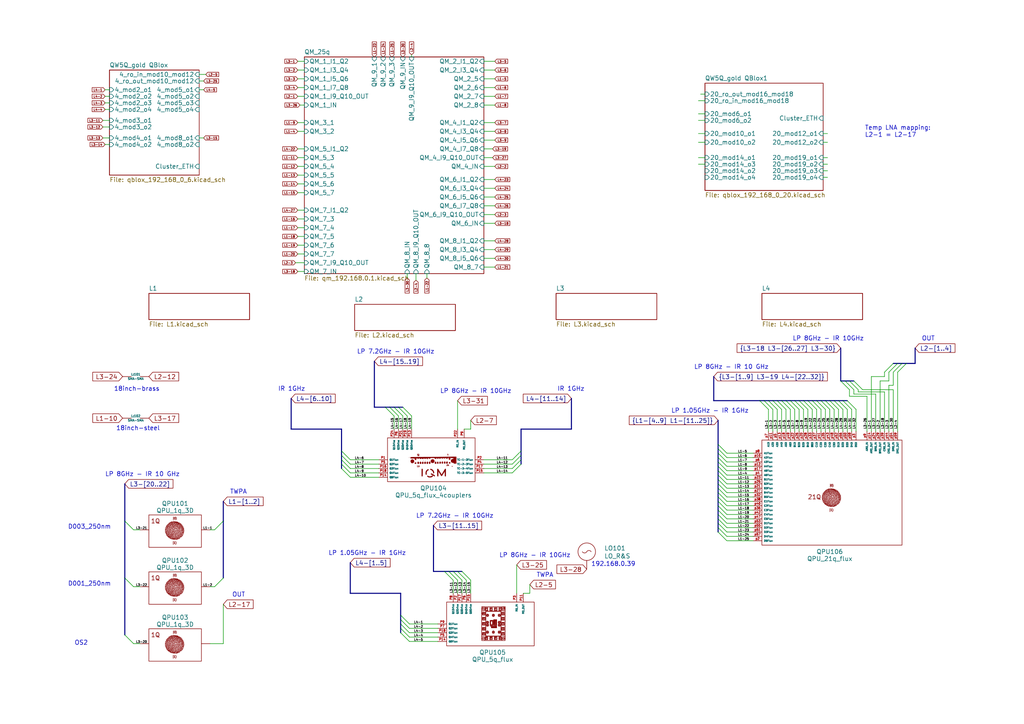
<source format=kicad_sch>
(kicad_sch (version 20230121) (generator eeschema)
  (paper "A4")
  (lib_symbols
    (symbol "Quantum Computing:LO_R&S" (on_board no)
      (property "Reference" "LO" (at 5.08 1.016 0))
      (property "Value" "LO_R&S" (at 5.08 -1.27 0))
      (symbol "LO_R&S_1_1"
        (pin output line (at 0 -5.08 90) (length 2.54) (name "") (number ""))
      )
    )
    (symbol "Quantum Computing:QPU_1q_3D" (on_board no)
      (property "Reference" "QPU" (at 0 7.62 0))
      (property "Value" "QPU_1q_3D" (at 0 5.588 0))
      (symbol "QPU_1q_3D_0_0"
        (text "1Q" (at -5.715 2.54 0) (effects (font (size 1.27 1.27))))
      )
      (symbol "QPU_1q_3D_1_1"
        (pin input line (at -10.16 0 0) (length 2.54) (name "") (number ""))
        (pin output line (at 10.16 0 180) (length 2.54) (name "") (number ""))
      )
    )
    (symbol "Quantum Computing:QPU_21q_flux" (on_board no)
      (property "Reference" "QPU" (at -0.635 -1.905 0))
      (property "Value" "QPU_21q_flux" (at -0.635 -3.937 0))
      (symbol "QPU_21q_flux_0_0"
        (text "21Q" (at -5.08 13.97 0) (effects (font (size 1.27 1.27))))
      )
      (symbol "QPU_21q_flux_1_1"
        (pin input line (at -22.86 25.4 0) (length 2.54) (name "A2Flux") (number "p10"))
        (pin input line (at -17.145 33.02 270) (length 2.54) (name "A2D") (number "p11"))
        (pin input line (at -22.86 22.86 0) (length 2.54) (name "A4Flux") (number "p12"))
        (pin input line (at -14.605 33.02 270) (length 2.54) (name "A4D") (number "p13"))
        (pin output line (at 11.43 33.02 270) (length 2.54) (name "ARO_OUT") (number "p14"))
        (pin input line (at -22.86 21.59 0) (length 2.54) (name "A5Flux") (number "p17"))
        (pin input line (at -13.335 33.02 270) (length 2.54) (name "A5D") (number "p18"))
        (pin input line (at -22.86 1.27 0) (length 2.54) (name "D5Flux") (number "p2"))
        (pin input line (at -8.255 33.02 270) (length 2.54) (name "B3D") (number "p20"))
        (pin input line (at -22.86 16.51 0) (length 2.54) (name "B3Flux") (number "p21"))
        (pin input line (at -10.795 33.02 270) (length 2.54) (name "B1D") (number "p22"))
        (pin input line (at -22.86 19.05 0) (length 2.54) (name "B1Flux") (number "p23"))
        (pin input line (at 12.7 33.02 270) (length 2.54) (name "BRO_IN") (number "p24"))
        (pin input line (at -22.86 17.78 0) (length 2.54) (name "B2Flux") (number "p25"))
        (pin input line (at -9.525 33.02 270) (length 2.54) (name "B2D") (number "p26"))
        (pin input line (at -22.86 15.24 0) (length 2.54) (name "B4Flux") (number "p27"))
        (pin input line (at -6.985 33.02 270) (length 2.54) (name "B4D") (number "p28"))
        (pin output line (at 13.97 33.02 270) (length 2.54) (name "BRO_OUT") (number "p29"))
        (pin input line (at 6.985 33.02 270) (length 2.54) (name "D5D") (number "p3"))
        (pin input line (at -22.86 13.97 0) (length 2.54) (name "B5Flux") (number "p32"))
        (pin input line (at -5.715 33.02 270) (length 2.54) (name "B5D") (number "p33"))
        (pin input line (at -1.905 33.02 270) (length 2.54) (name "C3D") (number "p35"))
        (pin input line (at -22.86 10.16 0) (length 2.54) (name "C3Flux") (number "p36"))
        (pin input line (at -4.445 33.02 270) (length 2.54) (name "C1D") (number "p37"))
        (pin input line (at -22.86 12.7 0) (length 2.54) (name "C1Flux") (number "p38"))
        (pin input line (at 15.24 33.02 270) (length 2.54) (name "CRO_IN") (number "p39"))
        (pin input line (at -22.86 20.32 0) (length 2.54) (name "A6Flux") (number "p4"))
        (pin input line (at -22.86 11.43 0) (length 2.54) (name "C2Flux") (number "p40"))
        (pin input line (at -3.175 33.02 270) (length 2.54) (name "C2D") (number "p41"))
        (pin input line (at -22.86 8.89 0) (length 2.54) (name "C4Flux") (number "p42"))
        (pin input line (at -0.635 33.02 270) (length 2.54) (name "C4D") (number "p43"))
        (pin output line (at 16.51 33.02 270) (length 2.54) (name "CRO_OUT") (number "p44"))
        (pin input line (at -22.86 7.62 0) (length 2.54) (name "C5Flux") (number "p47"))
        (pin input line (at 0.635 33.02 270) (length 2.54) (name "C5D") (number "p48"))
        (pin input line (at -12.065 33.02 270) (length 2.54) (name "A6D") (number "p49"))
        (pin input line (at -15.875 33.02 270) (length 2.54) (name "A3D") (number "p5"))
        (pin input line (at 4.445 33.02 270) (length 2.54) (name "D3D") (number "p50"))
        (pin input line (at -22.86 3.81 0) (length 2.54) (name "D3Flux") (number "p51"))
        (pin input line (at 1.905 33.02 270) (length 2.54) (name "D1D") (number "p52"))
        (pin input line (at -22.86 6.35 0) (length 2.54) (name "D1Flux") (number "p53"))
        (pin input line (at 17.78 33.02 270) (length 2.54) (name "DRO_IN") (number "p54"))
        (pin input line (at -22.86 5.08 0) (length 2.54) (name "D2Flux") (number "p55"))
        (pin input line (at 3.175 33.02 270) (length 2.54) (name "D2D") (number "p56"))
        (pin input line (at -22.86 2.54 0) (length 2.54) (name "D4Flux") (number "p57"))
        (pin input line (at 5.715 33.02 270) (length 2.54) (name "D4D") (number "p58"))
        (pin output line (at 19.05 33.02 270) (length 2.54) (name "DRO_OUT") (number "p59"))
        (pin input line (at -22.86 24.13 0) (length 2.54) (name "A3Flux") (number "p6"))
        (pin input line (at -18.415 33.02 270) (length 2.54) (name "A1D") (number "p7"))
        (pin input line (at -22.86 26.67 0) (length 2.54) (name "A1Flux") (number "p8"))
        (pin input line (at 10.16 33.02 270) (length 2.54) (name "ARO_IN") (number "p9"))
      )
    )
    (symbol "Quantum Computing:QPU_5q_flux" (on_board no)
      (property "Reference" "QPU" (at -5.715 -1.905 0))
      (property "Value" "QPU_5q_flux" (at -5.715 -3.937 0))
      (symbol "QPU_5q_flux_1_1"
        (pin output line (at 3.175 15.24 270) (length 2.54) (name "RO_OUT") (number "P11"))
        (pin input line (at -21.59 1.27 0) (length 2.54) (name "Q0Flux") (number "P14"))
        (pin input line (at -12.065 15.24 270) (length 2.54) (name "Q0Drive") (number "P15"))
        (pin input line (at -14.605 15.24 270) (length 2.54) (name "Q3Drive") (number "P17"))
        (pin input line (at -21.59 3.81 0) (length 2.54) (name "Q3Flux") (number "P18"))
        (pin input line (at -15.875 15.24 270) (length 2.54) (name "Q2Drive") (number "P2"))
        (pin input line (at 1.27 15.24 270) (length 2.54) (name "RO_IN") (number "P3"))
        (pin input line (at -21.59 2.54 0) (length 2.54) (name "Q4Flux") (number "P5"))
        (pin input line (at -13.335 15.24 270) (length 2.54) (name "Q4Drive") (number "P6"))
        (pin input line (at -21.59 5.08 0) (length 2.54) (name "Q2Flux") (number "P7"))
        (pin input line (at -17.145 15.24 270) (length 2.54) (name "Q1Drive") (number "P8"))
        (pin input line (at -21.59 6.35 0) (length 2.54) (name "Q1Flux") (number "P9"))
      )
    )
    (symbol "Quantum Computing:QPU_5q_flux_4couplers" (on_board no)
      (property "Reference" "QPU" (at -5.715 -1.905 0))
      (property "Value" "QPU_5q_flux_4couplers" (at -5.715 -3.937 0))
      (symbol "QPU_5q_flux_4couplers_0_0"
        (text "13" (at -10.16 4.445 0) (effects (font (size 0.4 0.4))))
      )
      (symbol "QPU_5q_flux_4couplers_1_1"
        (pin input line (at -21.59 6.35 0) (length 2.54) (name "Q1Flux") (number "P1"))
        (pin input line (at -12.065 15.24 270) (length 2.54) (name "Q5Drive") (number "P13"))
        (pin input line (at -21.59 1.27 0) (length 2.54) (name "Q5Flux") (number "P14"))
        (pin input line (at 8.89 2.54 180) (length 2.54) (name "TC-3-5Flux") (number "P15"))
        (pin input line (at -21.59 3.81 0) (length 2.54) (name "Q3Flux") (number "P16"))
        (pin input line (at 8.89 3.81 180) (length 2.54) (name "TC-3-4Flux") (number "P17"))
        (pin input line (at -21.59 2.54 0) (length 2.54) (name "Q4Flux") (number "P18"))
        (pin input line (at -13.335 15.24 270) (length 2.54) (name "Q4Drive") (number "P19"))
        (pin input line (at 8.89 6.35 180) (length 2.54) (name "TC-1-3Flux") (number "P2"))
        (pin input line (at -14.605 15.24 270) (length 2.54) (name "Q3Drive") (number "P21"))
        (pin input line (at 1.27 15.24 270) (length 2.54) (name "RO_IN") (number "P22"))
        (pin input line (at -17.145 15.24 270) (length 2.54) (name "Q1Drive") (number "P24"))
        (pin input line (at 8.89 5.08 180) (length 2.54) (name "TC-2-3Flux") (number "P4"))
        (pin input line (at -21.59 5.08 0) (length 2.54) (name "Q2Flux") (number "P5"))
        (pin input line (at -15.875 15.24 270) (length 2.54) (name "Q2Drive") (number "P6"))
        (pin output line (at 3.175 15.24 270) (length 2.54) (name "RO_OUT") (number "P9"))
      )
    )
    (symbol "Quantum Computing:SMA-SMA"
      (property "Reference" "L:" (at 0 0.635 0))
      (property "Value" "SMA-SMA" (at 0 -0.635 0))
      (symbol "SMA-SMA_1_1"
        (pin bidirectional line (at -3.81 0 0) (length 2.54) (name "") (number ""))
        (pin bidirectional line (at 3.81 0 180) (length 2.54) (name "") (number ""))
      )
    )
  )
  (bus_entry (at 114.3 118.11) (size 2.54 2.54))
  (bus_entry (at 243.84 110.49) (size 2.54 2.54))
  (bus_entry (at 236.855 116.205) (size 2.54 2.54))
  (bus_entry (at 208.28 139.065) (size 2.54 2.54))
  (bus_entry (at 230.505 116.205) (size 2.54 2.54))
  (bus_entry (at 116.84 118.11) (size 2.54 2.54))
  (bus_entry (at 62.23 170.18) (size 2.54 -2.54))
  (bus_entry (at 243.205 116.205) (size 2.54 2.54))
  (bus_entry (at 208.28 151.765) (size 2.54 2.54))
  (bus_entry (at 128.905 165.735) (size 2.54 2.54))
  (bus_entry (at 208.28 149.225) (size 2.54 2.54))
  (bus_entry (at 208.28 154.305) (size 2.54 2.54))
  (bus_entry (at 116.205 180.975) (size 2.54 2.54))
  (bus_entry (at 226.695 116.205) (size 2.54 2.54))
  (bus_entry (at 99.06 133.35) (size 2.54 2.54))
  (bus_entry (at 239.395 116.205) (size 2.54 2.54))
  (bus_entry (at 130.175 165.735) (size 2.54 2.54))
  (bus_entry (at 241.935 116.205) (size 2.54 2.54))
  (bus_entry (at 151.13 133.35) (size -2.54 2.54))
  (bus_entry (at 208.28 144.145) (size 2.54 2.54))
  (bus_entry (at 259.08 107.95) (size 2.54 -2.54))
  (bus_entry (at 245.11 110.49) (size 2.54 2.54))
  (bus_entry (at 234.315 116.205) (size 2.54 2.54))
  (bus_entry (at 238.125 116.205) (size 2.54 2.54))
  (bus_entry (at 116.205 178.435) (size 2.54 2.54))
  (bus_entry (at 227.965 116.205) (size 2.54 2.54))
  (bus_entry (at 132.715 165.735) (size 2.54 2.54))
  (bus_entry (at 116.205 179.705) (size 2.54 2.54))
  (bus_entry (at 151.13 134.62) (size -2.54 2.54))
  (bus_entry (at 208.28 153.035) (size 2.54 2.54))
  (bus_entry (at 229.235 116.205) (size 2.54 2.54))
  (bus_entry (at 240.665 116.205) (size 2.54 2.54))
  (bus_entry (at 62.23 153.67) (size 2.54 -2.54))
  (bus_entry (at 36.195 167.64) (size 2.54 2.54))
  (bus_entry (at 115.57 118.11) (size 2.54 2.54))
  (bus_entry (at 99.06 130.81) (size 2.54 2.54))
  (bus_entry (at 208.28 150.495) (size 2.54 2.54))
  (bus_entry (at 220.345 116.205) (size 2.54 2.54))
  (bus_entry (at 111.76 118.11) (size 2.54 2.54))
  (bus_entry (at 222.885 116.205) (size 2.54 2.54))
  (bus_entry (at 257.81 107.95) (size 2.54 -2.54))
  (bus_entry (at 208.28 136.525) (size 2.54 2.54))
  (bus_entry (at 233.045 116.205) (size 2.54 2.54))
  (bus_entry (at 151.13 130.81) (size -2.54 2.54))
  (bus_entry (at 36.195 184.15) (size 2.54 2.54))
  (bus_entry (at 245.745 116.205) (size 2.54 2.54))
  (bus_entry (at 208.28 145.415) (size 2.54 2.54))
  (bus_entry (at 99.06 132.08) (size 2.54 2.54))
  (bus_entry (at 225.425 116.205) (size 2.54 2.54))
  (bus_entry (at 260.35 107.95) (size 2.54 -2.54))
  (bus_entry (at 208.28 128.905) (size 2.54 2.54))
  (bus_entry (at 133.985 165.735) (size 2.54 2.54))
  (bus_entry (at 208.28 140.335) (size 2.54 2.54))
  (bus_entry (at 208.28 132.715) (size 2.54 2.54))
  (bus_entry (at 208.28 147.955) (size 2.54 2.54))
  (bus_entry (at 244.475 116.205) (size 2.54 2.54))
  (bus_entry (at 208.28 142.875) (size 2.54 2.54))
  (bus_entry (at 151.13 132.08) (size -2.54 2.54))
  (bus_entry (at 224.155 116.205) (size 2.54 2.54))
  (bus_entry (at 235.585 116.205) (size 2.54 2.54))
  (bus_entry (at 221.615 116.205) (size 2.54 2.54))
  (bus_entry (at 208.28 141.605) (size 2.54 2.54))
  (bus_entry (at 208.28 146.685) (size 2.54 2.54))
  (bus_entry (at 131.445 165.735) (size 2.54 2.54))
  (bus_entry (at 256.54 107.95) (size 2.54 -2.54))
  (bus_entry (at 99.06 134.62) (size 2.54 2.54))
  (bus_entry (at 208.28 130.175) (size 2.54 2.54))
  (bus_entry (at 99.06 135.89) (size 2.54 2.54))
  (bus_entry (at 116.205 183.515) (size 2.54 2.54))
  (bus_entry (at 208.28 135.255) (size 2.54 2.54))
  (bus_entry (at 116.205 182.245) (size 2.54 2.54))
  (bus_entry (at 208.28 131.445) (size 2.54 2.54))
  (bus_entry (at 231.775 116.205) (size 2.54 2.54))
  (bus_entry (at 247.65 110.49) (size 2.54 2.54))
  (bus_entry (at 113.03 118.11) (size 2.54 2.54))
  (bus_entry (at 208.28 137.795) (size 2.54 2.54))
  (bus_entry (at 36.195 151.13) (size 2.54 2.54))
  (bus_entry (at 208.28 133.985) (size 2.54 2.54))
  (bus_entry (at 246.38 110.49) (size 2.54 2.54))
  (bus (pts (xy 208.28 147.955) (xy 208.28 149.225)))
  (wire (pts (xy 86.36 25.4) (xy 88.265 25.4)))
  (wire (pts (xy 86.36 71.12) (xy 88.265 71.12)))
  (bus (pts (xy 243.205 116.205) (xy 244.475 116.205)))
  (wire (pts (xy 86.36 68.58) (xy 88.265 68.58)))
  (bus (pts (xy 36.195 140.335) (xy 36.195 151.13)))
  (bus (pts (xy 208.28 146.685) (xy 208.28 145.415)))
  (wire (pts (xy 252.73 109.22) (xy 256.54 109.22)))
  (wire (pts (xy 256.54 109.22) (xy 256.54 107.95)))
  (bus (pts (xy 208.28 141.605) (xy 208.28 140.335)))
  (wire (pts (xy 210.82 156.845) (xy 218.44 156.845)))
  (wire (pts (xy 132.715 116.205) (xy 132.715 124.46)))
  (wire (pts (xy 30.48 41.91) (xy 31.75 41.91)))
  (bus (pts (xy 220.345 116.205) (xy 221.615 116.205)))
  (wire (pts (xy 57.785 21.59) (xy 59.69 21.59)))
  (wire (pts (xy 86.36 66.04) (xy 88.265 66.04)))
  (wire (pts (xy 229.235 118.745) (xy 229.235 125.095)))
  (bus (pts (xy 208.28 135.255) (xy 208.28 133.985)))
  (bus (pts (xy 236.855 116.205) (xy 238.125 116.205)))
  (wire (pts (xy 140.335 59.69) (xy 143.51 59.69)))
  (wire (pts (xy 257.81 110.49) (xy 255.27 110.49)))
  (wire (pts (xy 116.84 120.65) (xy 116.84 124.46)))
  (wire (pts (xy 210.82 146.685) (xy 218.44 146.685)))
  (wire (pts (xy 225.425 118.745) (xy 225.425 125.095)))
  (wire (pts (xy 132.715 168.275) (xy 132.715 172.085)))
  (wire (pts (xy 57.785 40.005) (xy 59.055 40.005)))
  (wire (pts (xy 119.38 15.875) (xy 119.38 16.51)))
  (bus (pts (xy 130.175 165.735) (xy 128.905 165.735)))
  (wire (pts (xy 202.565 41.275) (xy 204.47 41.275)))
  (bus (pts (xy 116.205 183.515) (xy 116.205 182.245)))
  (bus (pts (xy 245.11 110.49) (xy 243.84 110.49)))
  (wire (pts (xy 210.82 131.445) (xy 218.44 131.445)))
  (bus (pts (xy 241.935 116.205) (xy 243.205 116.205)))
  (wire (pts (xy 241.935 118.745) (xy 241.935 125.095)))
  (wire (pts (xy 210.82 147.955) (xy 218.44 147.955)))
  (bus (pts (xy 208.28 142.875) (xy 208.28 141.605)))
  (wire (pts (xy 140.335 45.72) (xy 142.875 45.72)))
  (wire (pts (xy 224.155 118.745) (xy 224.155 125.095)))
  (bus (pts (xy 208.28 144.145) (xy 208.28 142.875)))
  (wire (pts (xy 140.335 20.32) (xy 143.51 20.32)))
  (bus (pts (xy 259.08 105.41) (xy 260.35 105.41)))
  (wire (pts (xy 210.82 139.065) (xy 218.44 139.065)))
  (bus (pts (xy 233.045 116.205) (xy 234.315 116.205)))
  (bus (pts (xy 231.775 116.205) (xy 233.045 116.205)))
  (wire (pts (xy 226.695 118.745) (xy 226.695 125.095)))
  (bus (pts (xy 240.665 116.205) (xy 241.935 116.205)))
  (bus (pts (xy 99.06 130.81) (xy 99.06 124.46)))
  (wire (pts (xy 254 114.3) (xy 254 125.095)))
  (wire (pts (xy 227.965 118.745) (xy 227.965 125.095)))
  (bus (pts (xy 99.06 133.35) (xy 99.06 132.08)))
  (wire (pts (xy 29.845 34.925) (xy 31.75 34.925)))
  (wire (pts (xy 133.985 168.275) (xy 133.985 172.085)))
  (wire (pts (xy 203.2 27.305) (xy 204.47 27.305)))
  (bus (pts (xy 208.28 153.035) (xy 208.28 151.765)))
  (wire (pts (xy 64.77 175.26) (xy 64.77 186.69)))
  (wire (pts (xy 210.82 149.225) (xy 218.44 149.225)))
  (wire (pts (xy 118.745 180.975) (xy 127 180.975)))
  (wire (pts (xy 30.48 31.75) (xy 31.75 31.75)))
  (bus (pts (xy 265.43 100.965) (xy 265.43 105.41)))
  (wire (pts (xy 260.35 107.95) (xy 260.35 125.095)))
  (bus (pts (xy 226.695 116.205) (xy 227.965 116.205)))
  (wire (pts (xy 238.76 49.53) (xy 240.03 49.53)))
  (wire (pts (xy 131.445 168.275) (xy 131.445 172.085)))
  (wire (pts (xy 257.81 111.76) (xy 259.08 111.76)))
  (wire (pts (xy 202.565 29.21) (xy 204.47 29.21)))
  (wire (pts (xy 120.65 79.375) (xy 120.65 81.28)))
  (wire (pts (xy 233.045 118.745) (xy 233.045 125.095)))
  (bus (pts (xy 260.35 105.41) (xy 261.62 105.41)))
  (bus (pts (xy 208.28 150.495) (xy 208.28 149.225)))
  (wire (pts (xy 119.38 120.65) (xy 119.38 124.46)))
  (wire (pts (xy 248.285 118.745) (xy 248.285 125.095)))
  (wire (pts (xy 246.38 114.935) (xy 251.46 114.935)))
  (wire (pts (xy 30.48 27.94) (xy 31.75 27.94)))
  (bus (pts (xy 208.28 139.065) (xy 208.28 137.795)))
  (wire (pts (xy 210.82 154.305) (xy 218.44 154.305)))
  (bus (pts (xy 234.315 116.205) (xy 235.585 116.205)))
  (wire (pts (xy 259.08 113.03) (xy 259.08 125.095)))
  (wire (pts (xy 148.59 137.16) (xy 140.335 137.16)))
  (bus (pts (xy 116.205 179.705) (xy 116.205 178.435)))
  (wire (pts (xy 140.335 25.4) (xy 143.51 25.4)))
  (wire (pts (xy 210.82 151.765) (xy 218.44 151.765)))
  (wire (pts (xy 29.845 40.005) (xy 31.75 40.005)))
  (wire (pts (xy 210.82 150.495) (xy 218.44 150.495)))
  (bus (pts (xy 208.28 131.445) (xy 208.28 130.175)))
  (bus (pts (xy 227.965 116.205) (xy 229.235 116.205)))
  (wire (pts (xy 149.86 163.83) (xy 149.86 172.085)))
  (wire (pts (xy 210.82 140.335) (xy 218.44 140.335)))
  (bus (pts (xy 151.13 133.35) (xy 151.13 132.08)))
  (wire (pts (xy 247.65 114.3) (xy 247.65 113.03)))
  (wire (pts (xy 86.36 78.74) (xy 88.265 78.74)))
  (bus (pts (xy 116.84 118.11) (xy 115.57 118.11)))
  (bus (pts (xy 208.28 140.335) (xy 208.28 139.065)))
  (wire (pts (xy 140.335 72.39) (xy 143.51 72.39)))
  (wire (pts (xy 101.6 137.16) (xy 109.855 137.16)))
  (wire (pts (xy 136.525 121.92) (xy 136.525 124.46)))
  (wire (pts (xy 86.36 45.72) (xy 88.265 45.72)))
  (wire (pts (xy 202.565 33.02) (xy 204.47 33.02)))
  (wire (pts (xy 256.54 113.665) (xy 248.92 113.665)))
  (bus (pts (xy 207.01 109.22) (xy 207.01 116.205)))
  (bus (pts (xy 115.57 118.11) (xy 114.3 118.11)))
  (bus (pts (xy 84.455 115.57) (xy 84.455 124.46)))
  (wire (pts (xy 210.82 153.035) (xy 218.44 153.035)))
  (wire (pts (xy 101.6 138.43) (xy 109.855 138.43)))
  (wire (pts (xy 153.67 172.085) (xy 151.765 172.085)))
  (wire (pts (xy 101.6 135.89) (xy 109.855 135.89)))
  (wire (pts (xy 148.59 134.62) (xy 140.335 134.62)))
  (bus (pts (xy 229.235 116.205) (xy 230.505 116.205)))
  (wire (pts (xy 118.745 186.055) (xy 127 186.055)))
  (wire (pts (xy 30.48 29.845) (xy 31.75 29.845)))
  (wire (pts (xy 238.125 118.745) (xy 238.125 125.095)))
  (bus (pts (xy 208.28 133.985) (xy 208.28 132.715)))
  (wire (pts (xy 235.585 118.745) (xy 235.585 125.095)))
  (wire (pts (xy 60.96 170.18) (xy 62.23 170.18)))
  (wire (pts (xy 135.255 168.275) (xy 135.255 172.085)))
  (bus (pts (xy 151.13 130.81) (xy 151.13 124.46)))
  (wire (pts (xy 86.36 43.18) (xy 88.265 43.18)))
  (wire (pts (xy 86.36 20.32) (xy 88.265 20.32)))
  (wire (pts (xy 57.785 23.495) (xy 59.055 23.495)))
  (wire (pts (xy 238.76 51.435) (xy 240.03 51.435)))
  (bus (pts (xy 208.28 145.415) (xy 208.28 144.145)))
  (wire (pts (xy 244.475 118.745) (xy 244.475 125.095)))
  (wire (pts (xy 140.335 30.48) (xy 143.51 30.48)))
  (wire (pts (xy 210.82 155.575) (xy 218.44 155.575)))
  (bus (pts (xy 208.28 146.685) (xy 208.28 147.955)))
  (bus (pts (xy 36.195 151.13) (xy 36.195 167.64)))
  (bus (pts (xy 246.38 110.49) (xy 245.11 110.49)))
  (bus (pts (xy 101.6 163.195) (xy 101.6 172.085)))
  (bus (pts (xy 247.65 110.49) (xy 246.38 110.49)))
  (wire (pts (xy 210.82 145.415) (xy 218.44 145.415)))
  (bus (pts (xy 36.195 167.64) (xy 36.195 184.15)))
  (wire (pts (xy 140.335 52.07) (xy 143.51 52.07)))
  (wire (pts (xy 86.36 48.26) (xy 88.265 48.26)))
  (bus (pts (xy 111.76 118.11) (xy 108.585 118.11)))
  (wire (pts (xy 60.96 153.67) (xy 62.23 153.67)))
  (wire (pts (xy 148.59 135.89) (xy 140.335 135.89)))
  (bus (pts (xy 208.28 130.175) (xy 208.28 128.905)))
  (wire (pts (xy 255.27 110.49) (xy 255.27 125.095)))
  (bus (pts (xy 208.28 154.305) (xy 208.28 153.035)))
  (wire (pts (xy 140.335 74.93) (xy 143.51 74.93)))
  (wire (pts (xy 86.36 73.66) (xy 88.265 73.66)))
  (wire (pts (xy 140.335 54.61) (xy 143.51 54.61)))
  (bus (pts (xy 221.615 116.205) (xy 222.885 116.205)))
  (wire (pts (xy 248.92 113.665) (xy 248.92 113.03)))
  (wire (pts (xy 86.36 63.5) (xy 88.265 63.5)))
  (wire (pts (xy 247.015 118.745) (xy 247.015 125.095)))
  (bus (pts (xy 239.395 116.205) (xy 240.665 116.205)))
  (wire (pts (xy 202.565 47.625) (xy 204.47 47.625)))
  (wire (pts (xy 202.565 34.925) (xy 204.47 34.925)))
  (bus (pts (xy 243.84 100.965) (xy 243.84 110.49)))
  (wire (pts (xy 86.36 22.86) (xy 88.265 22.86)))
  (wire (pts (xy 210.82 136.525) (xy 218.44 136.525)))
  (wire (pts (xy 148.59 133.35) (xy 140.335 133.35)))
  (bus (pts (xy 230.505 116.205) (xy 231.775 116.205)))
  (wire (pts (xy 140.335 27.94) (xy 143.51 27.94)))
  (wire (pts (xy 243.205 118.745) (xy 243.205 125.095)))
  (wire (pts (xy 257.81 107.95) (xy 257.81 110.49)))
  (wire (pts (xy 29.845 36.83) (xy 31.75 36.83)))
  (wire (pts (xy 210.82 137.795) (xy 218.44 137.795)))
  (wire (pts (xy 231.775 118.745) (xy 231.775 125.095)))
  (wire (pts (xy 254 114.3) (xy 247.65 114.3)))
  (bus (pts (xy 99.06 134.62) (xy 99.06 133.35)))
  (bus (pts (xy 165.735 124.46) (xy 151.13 124.46)))
  (bus (pts (xy 165.735 115.57) (xy 165.735 124.46)))
  (wire (pts (xy 86.36 53.34) (xy 88.265 53.34)))
  (wire (pts (xy 238.76 41.275) (xy 240.03 41.275)))
  (wire (pts (xy 251.46 114.935) (xy 251.46 125.095)))
  (wire (pts (xy 246.38 113.03) (xy 246.38 114.935)))
  (bus (pts (xy 108.585 104.775) (xy 108.585 118.11)))
  (bus (pts (xy 235.585 116.205) (xy 236.855 116.205)))
  (bus (pts (xy 151.13 132.08) (xy 151.13 130.81)))
  (wire (pts (xy 136.525 168.275) (xy 136.525 172.085)))
  (bus (pts (xy 99.06 132.08) (xy 99.06 130.81)))
  (bus (pts (xy 64.77 145.415) (xy 64.77 151.13)))
  (wire (pts (xy 38.735 153.67) (xy 40.64 153.67)))
  (wire (pts (xy 210.82 142.875) (xy 218.44 142.875)))
  (wire (pts (xy 239.395 118.745) (xy 239.395 125.095)))
  (wire (pts (xy 140.335 62.23) (xy 143.51 62.23)))
  (bus (pts (xy 131.445 165.735) (xy 130.175 165.735)))
  (wire (pts (xy 136.525 124.46) (xy 134.62 124.46)))
  (wire (pts (xy 38.735 186.69) (xy 40.64 186.69)))
  (bus (pts (xy 208.28 137.795) (xy 208.28 136.525)))
  (wire (pts (xy 115.57 120.65) (xy 115.57 124.46)))
  (wire (pts (xy 210.82 144.145) (xy 218.44 144.145)))
  (wire (pts (xy 86.36 50.8) (xy 88.265 50.8)))
  (bus (pts (xy 207.01 116.205) (xy 220.345 116.205)))
  (wire (pts (xy 118.745 184.785) (xy 127 184.785)))
  (bus (pts (xy 208.28 132.715) (xy 208.28 131.445)))
  (bus (pts (xy 222.885 116.205) (xy 224.155 116.205)))
  (wire (pts (xy 38.735 170.18) (xy 40.64 170.18)))
  (bus (pts (xy 132.715 165.735) (xy 131.445 165.735)))
  (bus (pts (xy 99.06 135.89) (xy 99.06 134.62)))
  (wire (pts (xy 118.745 183.515) (xy 127 183.515)))
  (wire (pts (xy 234.315 118.745) (xy 234.315 125.095)))
  (bus (pts (xy 262.89 105.41) (xy 265.43 105.41)))
  (wire (pts (xy 140.335 57.15) (xy 143.51 57.15)))
  (wire (pts (xy 60.96 186.69) (xy 64.77 186.69)))
  (wire (pts (xy 140.335 48.26) (xy 143.51 48.26)))
  (wire (pts (xy 210.82 133.985) (xy 218.44 133.985)))
  (wire (pts (xy 245.745 118.745) (xy 245.745 125.095)))
  (wire (pts (xy 140.335 64.77) (xy 143.51 64.77)))
  (wire (pts (xy 202.565 45.72) (xy 204.47 45.72)))
  (wire (pts (xy 86.36 27.94) (xy 88.265 27.94)))
  (wire (pts (xy 86.995 30.48) (xy 88.265 30.48)))
  (wire (pts (xy 210.82 135.255) (xy 218.44 135.255)))
  (wire (pts (xy 140.335 69.85) (xy 143.51 69.85)))
  (bus (pts (xy 116.205 182.245) (xy 116.205 180.975)))
  (wire (pts (xy 236.855 118.745) (xy 236.855 125.095)))
  (bus (pts (xy 125.73 152.4) (xy 125.73 165.735)))
  (wire (pts (xy 259.08 111.76) (xy 259.08 107.95)))
  (bus (pts (xy 208.28 151.765) (xy 208.28 150.495)))
  (wire (pts (xy 140.335 17.78) (xy 143.51 17.78)))
  (wire (pts (xy 86.36 38.1) (xy 88.265 38.1)))
  (wire (pts (xy 86.36 55.88) (xy 88.265 55.88)))
  (wire (pts (xy 86.36 17.78) (xy 88.265 17.78)))
  (bus (pts (xy 133.985 165.735) (xy 132.715 165.735)))
  (wire (pts (xy 252.73 109.22) (xy 252.73 125.095)))
  (bus (pts (xy 238.125 116.205) (xy 239.395 116.205)))
  (wire (pts (xy 140.335 77.47) (xy 143.51 77.47)))
  (wire (pts (xy 123.825 79.375) (xy 123.825 80.645)))
  (wire (pts (xy 250.19 113.03) (xy 259.08 113.03)))
  (wire (pts (xy 118.11 79.375) (xy 118.11 80.645)))
  (bus (pts (xy 84.455 124.46) (xy 99.06 124.46)))
  (bus (pts (xy 113.03 118.11) (xy 111.76 118.11)))
  (wire (pts (xy 85.725 76.2) (xy 88.265 76.2)))
  (wire (pts (xy 140.335 22.86) (xy 143.51 22.86)))
  (bus (pts (xy 244.475 116.205) (xy 245.745 116.205)))
  (bus (pts (xy 116.205 178.435) (xy 116.205 172.085)))
  (bus (pts (xy 128.905 165.735) (xy 125.73 165.735)))
  (wire (pts (xy 238.76 38.735) (xy 240.03 38.735)))
  (wire (pts (xy 30.48 26.035) (xy 31.75 26.035)))
  (bus (pts (xy 225.425 116.205) (xy 226.695 116.205)))
  (wire (pts (xy 118.745 182.245) (xy 127 182.245)))
  (wire (pts (xy 202.565 38.735) (xy 204.47 38.735)))
  (wire (pts (xy 140.335 43.18) (xy 142.875 43.18)))
  (wire (pts (xy 57.785 26.035) (xy 59.055 26.035)))
  (wire (pts (xy 140.335 40.64) (xy 143.51 40.64)))
  (wire (pts (xy 210.82 141.605) (xy 218.44 141.605)))
  (wire (pts (xy 101.6 134.62) (xy 109.855 134.62)))
  (wire (pts (xy 140.335 35.56) (xy 143.51 35.56)))
  (wire (pts (xy 101.6 133.35) (xy 109.855 133.35)))
  (bus (pts (xy 114.3 118.11) (xy 113.03 118.11)))
  (wire (pts (xy 257.81 111.76) (xy 257.81 125.095)))
  (bus (pts (xy 261.62 105.41) (xy 262.89 105.41)))
  (wire (pts (xy 86.36 35.56) (xy 88.265 35.56)))
  (bus (pts (xy 224.155 116.205) (xy 225.425 116.205)))
  (wire (pts (xy 114.3 120.65) (xy 114.3 124.46)))
  (wire (pts (xy 153.67 169.545) (xy 153.67 172.085)))
  (wire (pts (xy 118.11 120.65) (xy 118.11 124.46)))
  (wire (pts (xy 238.76 45.72) (xy 240.03 45.72)))
  (bus (pts (xy 208.28 121.92) (xy 208.28 128.905)))
  (wire (pts (xy 238.76 47.625) (xy 240.03 47.625)))
  (bus (pts (xy 116.205 180.975) (xy 116.205 179.705)))
  (bus (pts (xy 208.28 136.525) (xy 208.28 135.255)))
  (wire (pts (xy 210.82 132.715) (xy 218.44 132.715)))
  (wire (pts (xy 230.505 118.745) (xy 230.505 125.095)))
  (bus (pts (xy 64.77 151.13) (xy 64.77 167.64)))
  (bus (pts (xy 101.6 172.085) (xy 116.205 172.085)))
  (wire (pts (xy 256.54 113.665) (xy 256.54 125.095)))
  (bus (pts (xy 151.13 134.62) (xy 151.13 133.35)))
  (wire (pts (xy 140.335 38.1) (xy 143.51 38.1)))
  (wire (pts (xy 240.665 118.745) (xy 240.665 125.095)))
  (wire (pts (xy 222.885 118.745) (xy 222.885 125.095)))
  (wire (pts (xy 86.36 60.96) (xy 88.265 60.96)))
  (text "192.168.0.39\n" (at 171.45 164.465 0) (effects (font (size 1.27 1.27)) (justify left bottom)))
  (text "LP 7.2GHz - IR 10GHz" (at 120.65 150.495 0) (effects (font (size 1.27 1.27)) (justify left bottom)))
  (text "18inch-steel" (at 33.655 125.095 0) (effects (font (size 1.27 1.27)) (justify left bottom)))
  (text "18inch-brass" (at 33.02 113.665 0) (effects (font (size 1.27 1.27)) (justify left bottom)))
  (text "LP 8GHz - IR 10GHz" (at 229.87 99.06 0) (effects (font (size 1.27 1.27)) (justify left bottom)))
  (text "TWPA" (at 155.575 167.64 0) (effects (font (size 1.27 1.27)) (justify left bottom)))
  (text "LP 1.05GHz - IR 1GHz" (at 95.25 161.29 0) (effects (font (size 1.27 1.27)) (justify left bottom)))
  (text "TWPA" (at 66.675 143.51 0) (effects (font (size 1.27 1.27)) (justify left bottom)))
  (text "IR 1GHz" (at 80.645 113.665 0) (effects (font (size 1.27 1.27)) (justify left bottom)))
  (text "Temp LNA mapping:\nL2-1 = L2-17\n" (at 250.825 40.005 0) (effects (font (size 1.27 1.27)) (justify left bottom)))
  (text "LP 8GHz - IR 10 GHz" (at 30.48 138.43 0) (effects (font (size 1.27 1.27)) (justify left bottom)))
  (text "LP 8GHz - IR 10 GHz" (at 201.295 107.315 0) (effects (font (size 1.27 1.27)) (justify left bottom)))
  (text "OS2" (at 21.59 187.325 0) (effects (font (size 1.27 1.27)) (justify left bottom)))
  (text "LP 1.05GHz - IR 1GHz" (at 217.17 120.015 0) (effects (font (size 1.27 1.27)) (justify right bottom)))
  (text "LP 7.2GHz - IR 10GHz" (at 103.505 102.87 0) (effects (font (size 1.27 1.27)) (justify left bottom)))
  (text "D003_250nm" (at 19.685 153.67 0) (effects (font (size 1.27 1.27)) (justify left bottom)))
  (text "LP 8GHz - IR 10GHz" (at 144.78 161.925 0) (effects (font (size 1.27 1.27)) (justify left bottom)))
  (text "D001_250nm\n" (at 19.685 170.18 0) (effects (font (size 1.27 1.27)) (justify left bottom)))
  (text "LP 8GHz - IR 10GHz" (at 127.635 114.3 0) (effects (font (size 1.27 1.27)) (justify left bottom)))
  (text "OUT" (at 67.31 173.355 0) (effects (font (size 1.27 1.27)) (justify left bottom)))
  (text "IR 1GHz" (at 169.545 113.665 0) (effects (font (size 1.27 1.27)) (justify right bottom)))
  (text "OUT" (at 267.335 99.06 0) (effects (font (size 1.27 1.27)) (justify left bottom)))
  (label "L3-1" (at 222.885 124.46 90) (effects (font (size 0.64 0.64))))
  (label "L4-30" (at 245.745 124.46 90) (effects (font (size 0.64 0.64))))
  (label "L4-9" (at 102.87 137.16 0) (effects (font (size 0.64 0.64))))
  (label "L1-1" (at 61.595 153.67 180) (effects (font (size 0.64 0.64))))
  (label "L1-7" (at 213.995 133.985 0) (effects (font (size 0.64 0.64))))
  (label "L3-4" (at 226.695 124.46 90) (effects (font (size 0.64 0.64))))
  (label "L4-17" (at 116.84 124.46 90) (effects (font (size 0.64 0.64))))
  (label "L3-13" (at 133.985 172.085 90) (effects (font (size 0.64 0.64))))
  (label "L3-27" (at 254 124.46 90) (effects (font (size 0.64 0.64))))
  (label "L3-11" (at 131.445 172.085 90) (effects (font (size 0.64 0.64))))
  (label "L1-21" (at 213.995 151.765 0) (effects (font (size 0.64 0.64))))
  (label "L1-16" (at 213.995 145.415 0) (effects (font (size 0.64 0.64))))
  (label "L1-19" (at 213.995 149.225 0) (effects (font (size 0.64 0.64))))
  (label "L4-22" (at 235.585 124.46 90) (effects (font (size 0.64 0.64))))
  (label "L4-26" (at 240.665 124.46 90) (effects (font (size 0.64 0.64))))
  (label "L1-2" (at 61.595 170.18 180) (effects (font (size 0.64 0.64))))
  (label "L4-11" (at 147.32 133.35 180) (effects (font (size 0.64 0.64))))
  (label "L1-12" (at 213.995 140.335 0) (effects (font (size 0.64 0.64))))
  (label "L1-23" (at 213.995 154.305 0) (effects (font (size 0.64 0.64))))
  (label "L4-3" (at 120.015 183.515 0) (effects (font (size 0.64 0.64))))
  (label "L4-1" (at 120.015 180.975 0) (effects (font (size 0.64 0.64))))
  (label "L4-4" (at 120.015 184.785 0) (effects (font (size 0.64 0.64))))
  (label "L4-15" (at 114.3 124.46 90) (effects (font (size 0.64 0.64))))
  (label "L2-4" (at 260.35 124.46 90) (effects (font (size 0.64 0.64))))
  (label "L1-13" (at 213.995 141.605 0) (effects (font (size 0.64 0.64))))
  (label "L3-12" (at 132.715 172.085 90) (effects (font (size 0.64 0.64))))
  (label "L4-12" (at 147.32 134.62 180) (effects (font (size 0.64 0.64))))
  (label "L4-16" (at 115.57 124.46 90) (effects (font (size 0.64 0.64))))
  (label "L1-5" (at 213.995 131.445 0) (effects (font (size 0.64 0.64))))
  (label "L3-2" (at 224.155 124.46 90) (effects (font (size 0.64 0.64))))
  (label "L1-25" (at 213.995 156.845 0) (effects (font (size 0.64 0.64))))
  (label "L4-18" (at 118.11 124.46 90) (effects (font (size 0.64 0.64))))
  (label "L1-11" (at 213.995 139.065 0) (effects (font (size 0.64 0.64))))
  (label "L1-6" (at 213.995 132.715 0) (effects (font (size 0.64 0.64))))
  (label "L4-14" (at 147.32 137.16 180) (effects (font (size 0.64 0.64))))
  (label "L3-3" (at 225.425 124.46 90) (effects (font (size 0.64 0.64))))
  (label "L4-6" (at 102.87 133.35 0) (effects (font (size 0.64 0.64))))
  (label "L3-30" (at 259.08 124.46 90) (effects (font (size 0.64 0.64))))
  (label "L3-21" (at 39.37 153.67 0) (effects (font (size 0.64 0.64))))
  (label "L4-10" (at 102.87 138.43 0) (effects (font (size 0.64 0.64))))
  (label "L2-3" (at 257.81 124.46 90) (effects (font (size 0.64 0.64))))
  (label "L3-18" (at 256.54 124.46 90) (effects (font (size 0.64 0.64))))
  (label "L3-6" (at 229.235 124.46 90) (effects (font (size 0.64 0.64))))
  (label "L3-9" (at 233.045 124.46 90) (effects (font (size 0.64 0.64))))
  (label "L3-20" (at 39.37 186.69 0) (effects (font (size 0.64 0.64))))
  (label "L4-27" (at 241.935 124.46 90) (effects (font (size 0.64 0.64))))
  (label "L3-26" (at 251.46 124.46 90) (effects (font (size 0.64 0.64))))
  (label "L1-9" (at 213.995 136.525 0) (effects (font (size 0.64 0.64))))
  (label "L3-22" (at 39.37 170.18 0) (effects (font (size 0.64 0.64))))
  (label "L4-32" (at 248.285 124.46 90) (effects (font (size 0.64 0.64))))
  (label "L4-23" (at 236.855 124.46 90) (effects (font (size 0.64 0.64))))
  (label "L4-28" (at 243.205 124.46 90) (effects (font (size 0.64 0.64))))
  (label "L3-5" (at 227.965 124.46 90) (effects (font (size 0.64 0.64))))
  (label "L3-19" (at 234.315 124.46 90) (effects (font (size 0.64 0.64))))
  (label "L4-25" (at 239.395 124.46 90) (effects (font (size 0.64 0.64))))
  (label "L3-15" (at 136.525 172.085 90) (effects (font (size 0.64 0.64))))
  (label "L1-17" (at 213.995 146.685 0) (effects (font (size 0.64 0.64))))
  (label "L4-13" (at 147.32 135.89 180) (effects (font (size 0.64 0.64))))
  (label "L1-8" (at 213.995 135.255 0) (effects (font (size 0.64 0.64))))
  (label "L2-2" (at 255.27 124.46 90) (effects (font (size 0.64 0.64))))
  (label "L4-29" (at 244.475 124.46 90) (effects (font (size 0.64 0.64))))
  (label "L4-2" (at 120.015 182.245 0) (effects (font (size 0.64 0.64))))
  (label "L3-8" (at 231.775 124.46 90) (effects (font (size 0.64 0.64))))
  (label "L3-14" (at 135.255 172.085 90) (effects (font (size 0.64 0.64))))
  (label "L2-1" (at 252.73 124.46 90) (effects (font (size 0.64 0.64))))
  (label "L4-31" (at 247.015 124.46 90) (effects (font (size 0.64 0.64))))
  (label "L1-22" (at 213.995 153.035 0) (effects (font (size 0.64 0.64))))
  (label "L1-15" (at 213.995 144.145 0) (effects (font (size 0.64 0.64))))
  (label "L4-5" (at 120.015 186.055 0) (effects (font (size 0.64 0.64))))
  (label "L4-8" (at 102.87 135.89 0) (effects (font (size 0.64 0.64))))
  (label "L4-7" (at 102.87 134.62 0) (effects (font (size 0.64 0.64))))
  (label "L4-19" (at 119.38 124.46 90) (effects (font (size 0.64 0.64))))
  (label "L1-24" (at 213.995 155.575 0) (effects (font (size 0.64 0.64))))
  (label "L1-4" (at 213.995 137.795 0) (effects (font (size 0.64 0.64))))
  (label "L1-14" (at 213.995 142.875 0) (effects (font (size 0.64 0.64))))
  (label "L1-20" (at 213.995 150.495 0) (effects (font (size 0.64 0.64))))
  (label "L1-18" (at 213.995 147.955 0) (effects (font (size 0.64 0.64))))
  (label "L4-24" (at 238.125 124.46 90) (effects (font (size 0.64 0.64))))
  (label "L3-7" (at 230.505 124.46 90) (effects (font (size 0.64 0.64))))
  (global_label "L3-8" (shape input) (at 143.51 38.1 0) (effects (font (size 0.64 0.64))) (property "Intersheetrefs" "${INTERSHEET_REFS}" (effects hide)))
  (global_label "L3-27" (shape input) (at 142.875 45.72 0) (effects (font (size 0.64 0.64))) (property "Intersheetrefs" "${INTERSHEET_REFS}" (effects hide)))
  (global_label "L3-1" (shape input) (at 86.36 17.78 180) (effects (font (size 0.64 0.64))) (property "Intersheetrefs" "${INTERSHEET_REFS}" (effects hide)))
  (global_label "L4-[1..5]" (shape input) (at 101.6 163.195 0) (property "Intersheetrefs" "${INTERSHEET_REFS}" (effects hide)))
  (global_label "L1-4" (shape input) (at 86.36 38.1 180) (effects (font (size 0.64 0.64))) (property "Intersheetrefs" "${INTERSHEET_REFS}" (effects hide)))
  (global_label "L3-28" (shape input) (at 170.18 165.1 180) (property "Intersheetrefs" "${INTERSHEET_REFS}" (effects hide)))
  (global_label "L1-9" (shape input) (at 86.36 35.56 180) (effects (font (size 0.64 0.64))) (property "Intersheetrefs" "${INTERSHEET_REFS}" (effects hide)))
  (global_label "L4-[6..10]" (shape input) (at 84.455 115.57 0) (property "Intersheetrefs" "${INTERSHEET_REFS}" (effects hide)))
  (global_label "L1-17" (shape input) (at 86.36 66.04 180) (effects (font (size 0.64 0.64))) (property "Intersheetrefs" "${INTERSHEET_REFS}" (effects hide)))
  (global_label "L2-5" (shape input) (at 153.67 169.545 0) (property "Intersheetrefs" "${INTERSHEET_REFS}" (effects hide)))
  (global_label "L1-8" (shape input) (at 143.51 30.48 0) (effects (font (size 0.64 0.64))) (property "Intersheetrefs" "${INTERSHEET_REFS}" (effects hide)))
  (global_label "L3-6" (shape input) (at 143.51 20.32 0) (effects (font (size 0.64 0.64))) (property "Intersheetrefs" "${INTERSHEET_REFS}" (effects hide)))
  (global_label "L1-18" (shape input) (at 86.36 68.58 180) (effects (font (size 0.64 0.64))) (property "Intersheetrefs" "${INTERSHEET_REFS}" (effects hide)))
  (global_label "L1-11" (shape input) (at 86.36 45.72 180) (effects (font (size 0.64 0.64))) (property "Intersheetrefs" "${INTERSHEET_REFS}" (effects hide)))
  (global_label "L4-1" (shape input) (at 30.48 26.035 180) (effects (font (size 0.64 0.64))) (property "Intersheetrefs" "${INTERSHEET_REFS}" (effects hide)))
  (global_label "{L3-[1..9] L3-19 L4-[22..32]}" (shape input) (at 207.01 109.22 0) (property "Intersheetrefs" "${INTERSHEET_REFS}" (effects hide)))
  (global_label "L3-14" (shape input) (at 30.48 41.91 180) (effects (font (size 0.64 0.64))) (property "Intersheetrefs" "${INTERSHEET_REFS}" (effects hide)))
  (global_label "L1-20" (shape input) (at 86.36 73.66 180) (effects (font (size 0.64 0.64))) (property "Intersheetrefs" "${INTERSHEET_REFS}" (effects hide)))
  (global_label "L1-19" (shape input) (at 86.36 71.12 180) (effects (font (size 0.64 0.64))) (property "Intersheetrefs" "${INTERSHEET_REFS}" (effects hide)))
  (global_label "L4-25" (shape input) (at 143.51 57.15 0) (effects (font (size 0.64 0.64))) (property "Intersheetrefs" "${INTERSHEET_REFS}" (effects hide)))
  (global_label "L4-22" (shape input) (at 86.36 43.18 180) (effects (font (size 0.64 0.64))) (property "Intersheetrefs" "${INTERSHEET_REFS}" (effects hide)))
  (global_label "L2-[1..4]" (shape input) (at 265.43 100.965 0) (property "Intersheetrefs" "${INTERSHEET_REFS}" (effects hide)))
  (global_label "L4-[11..14]" (shape input) (at 165.735 115.57 180) (property "Intersheetrefs" "${INTERSHEET_REFS}" (effects hide)))
  (global_label "L1-12" (shape input) (at 86.36 48.26 180) (effects (font (size 0.64 0.64))) (property "Intersheetrefs" "${INTERSHEET_REFS}" (effects hide)))
  (global_label "L1-13" (shape input) (at 86.36 50.8 180) (effects (font (size 0.64 0.64))) (property "Intersheetrefs" "${INTERSHEET_REFS}" (effects hide)))
  (global_label "L1-16" (shape input) (at 86.36 63.5 180) (effects (font (size 0.64 0.64))) (property "Intersheetrefs" "${INTERSHEET_REFS}" (effects hide)))
  (global_label "L3-13" (shape input) (at 29.845 40.005 180) (effects (font (size 0.64 0.64))) (property "Intersheetrefs" "${INTERSHEET_REFS}" (effects hide)))
  (global_label "L1-15" (shape input) (at 86.36 55.88 180) (effects (font (size 0.64 0.64))) (property "Intersheetrefs" "${INTERSHEET_REFS}" (effects hide)))
  (global_label "L1-5" (shape input) (at 143.51 22.86 0) (effects (font (size 0.64 0.64))) (property "Intersheetrefs" "${INTERSHEET_REFS}" (effects hide)))
  (global_label "L2-3" (shape input) (at 85.725 76.2 180) (effects (font (size 0.64 0.64))) (property "Intersheetrefs" "${INTERSHEET_REFS}" (effects hide)))
  (global_label "L3-2" (shape input) (at 86.36 20.32 180) (effects (font (size 0.64 0.64))) (property "Intersheetrefs" "${INTERSHEET_REFS}" (effects hide)))
  (global_label "L3-18" (shape input) (at 86.36 78.74 180) (effects (font (size 0.64 0.64))) (property "Intersheetrefs" "${INTERSHEET_REFS}" (effects hide)))
  (global_label "L4-28" (shape input) (at 143.51 69.85 0) (effects (font (size 0.64 0.64))) (property "Intersheetrefs" "${INTERSHEET_REFS}" (effects hide)))
  (global_label "L3-30" (shape input) (at 118.11 80.645 270) (effects (font (size 0.64 0.64))) (property "Intersheetrefs" "${INTERSHEET_REFS}" (effects hide)))
  (global_label "L3-30" (shape input) (at 116.84 16.51 90) (effects (font (size 0.64 0.64))) (property "Intersheetrefs" "${INTERSHEET_REFS}" (effects hide)))
  (global_label "L2-2" (shape input) (at 143.51 48.26 0) (effects (font (size 0.64 0.64))) (property "Intersheetrefs" "${INTERSHEET_REFS}" (effects hide)))
  (global_label "L4-[15..19]" (shape input) (at 108.585 104.775 0) (property "Intersheetrefs" "${INTERSHEET_REFS}" (effects hide)))
  (global_label "L1-23" (shape input) (at 108.585 16.51 90) (effects (font (size 0.64 0.64))) (property "Intersheetrefs" "${INTERSHEET_REFS}" (effects hide)))
  (global_label "L1-6" (shape input) (at 143.51 25.4 0) (effects (font (size 0.64 0.64))) (property "Intersheetrefs" "${INTERSHEET_REFS}" (effects hide)))
  (global_label "L4-29" (shape input) (at 143.51 72.39 0) (effects (font (size 0.64 0.64))) (property "Intersheetrefs" "${INTERSHEET_REFS}" (effects hide)))
  (global_label "L4-23" (shape input) (at 143.51 52.07 0) (effects (font (size 0.64 0.64))) (property "Intersheetrefs" "${INTERSHEET_REFS}" (effects hide)))
  (global_label "L3-31" (shape input) (at 132.715 116.205 0) (property "Intersheetrefs" "${INTERSHEET_REFS}" (effects hide)))
  (global_label "L2-7" (shape input) (at 136.525 121.92 0) (property "Intersheetrefs" "${INTERSHEET_REFS}" (effects hide)))
  (global_label "{L3-18 L3-[26..27] L3-30}" (shape input) (at 243.84 100.965 180) (property "Intersheetrefs" "${INTERSHEET_REFS}" (effects hide)))
  (global_label "L3-[20..22]" (shape input) (at 36.195 140.335 0) (property "Intersheetrefs" "${INTERSHEET_REFS}" (effects hide)))
  (global_label "L2-4" (shape input) (at 119.38 15.875 90) (effects (font (size 0.64 0.64))) (property "Intersheetrefs" "${INTERSHEET_REFS}" (effects hide)))
  (global_label "L3-24" (shape input) (at 35.56 109.22 180) (property "Intersheetrefs" "${INTERSHEET_REFS}" (effects hide)))
  (global_label "L3-15" (shape input) (at 59.055 40.005 0) (effects (font (size 0.64 0.64))) (property "Intersheetrefs" "${INTERSHEET_REFS}" (effects hide)))
  (global_label "L4-4" (shape input) (at 30.48 31.75 180) (effects (font (size 0.64 0.64))) (property "Intersheetrefs" "${INTERSHEET_REFS}" (effects hide)))
  (global_label "L4-5" (shape input) (at 59.055 26.035 0) (effects (font (size 0.64 0.64))) (property "Intersheetrefs" "${INTERSHEET_REFS}" (effects hide)))
  (global_label "L2-12" (shape input) (at 43.18 109.22 0) (property "Intersheetrefs" "${INTERSHEET_REFS}" (effects hide)))
  (global_label "L4-24" (shape input) (at 143.51 54.61 0) (effects (font (size 0.64 0.64))) (property "Intersheetrefs" "${INTERSHEET_REFS}" (effects hide)))
  (global_label "L4-2" (shape input) (at 30.48 27.94 180) (effects (font (size 0.64 0.64))) (property "Intersheetrefs" "${INTERSHEET_REFS}" (effects hide)))
  (global_label "L3-[11..15]" (shape input) (at 125.73 152.4 0) (property "Intersheetrefs" "${INTERSHEET_REFS}" (effects hide)))
  (global_label "L3-25" (shape input) (at 59.055 23.495 0) (effects (font (size 0.64 0.64))) (property "Intersheetrefs" "${INTERSHEET_REFS}" (effects hide)))
  (global_label "L3-25" (shape input) (at 149.86 163.83 0) (property "Intersheetrefs" "${INTERSHEET_REFS}" (effects hide)))
  (global_label "L3-3" (shape input) (at 86.36 22.86 180) (effects (font (size 0.64 0.64))) (property "Intersheetrefs" "${INTERSHEET_REFS}" (effects hide)))
  (global_label "L2-17" (shape input) (at 64.77 175.26 0) (property "Intersheetrefs" "${INTERSHEET_REFS}" (effects hide)))
  (global_label "L1-7" (shape input) (at 143.51 27.94 0) (effects (font (size 0.64 0.64))) (property "Intersheetrefs" "${INTERSHEET_REFS}" (effects hide)))
  (global_label "L2-3" (shape input) (at 143.51 62.23 0) (effects (font (size 0.64 0.64))) (property "Intersheetrefs" "${INTERSHEET_REFS}" (effects hide)))
  (global_label "L4-27" (shape input) (at 86.36 60.96 180) (effects (font (size 0.64 0.64))) (property "Intersheetrefs" "${INTERSHEET_REFS}" (effects hide)))
  (global_label "L3-4" (shape input) (at 86.36 25.4 180) (effects (font (size 0.64 0.64))) (property "Intersheetrefs" "${INTERSHEET_REFS}" (effects hide)))
  (global_label "L2-1" (shape input) (at 86.36 27.94 180) (effects (font (size 0.64 0.64))) (property "Intersheetrefs" "${INTERSHEET_REFS}" (effects hide)))
  (global_label "L1-25" (shape input) (at 113.665 16.51 90) (effects (font (size 0.64 0.64))) (property "Intersheetrefs" "${INTERSHEET_REFS}" (effects hide)))
  (global_label "L1-[1..2]" (shape input) (at 64.77 145.415 0) (property "Intersheetrefs" "${INTERSHEET_REFS}" (effects hide)))
  (global_label "L2-4" (shape input) (at 120.65 81.28 270) (effects (font (size 0.64 0.64))) (property "Intersheetrefs" "${INTERSHEET_REFS}" (effects hide)))
  (global_label "L3-11" (shape input) (at 29.845 34.925 180) (effects (font (size 0.64 0.64))) (property "Intersheetrefs" "${INTERSHEET_REFS}" (effects hide)))
  (global_label "L1-21" (shape input) (at 143.51 77.47 0) (effects (font (size 0.64 0.64))) (property "Intersheetrefs" "${INTERSHEET_REFS}" (effects hide)))
  (global_label "L3-7" (shape input) (at 143.51 35.56 0) (effects (font (size 0.64 0.64))) (property "Intersheetrefs" "${INTERSHEET_REFS}" (effects hide)))
  (global_label "L4-3" (shape input) (at 30.48 29.845 180) (effects (font (size 0.64 0.64))) (property "Intersheetrefs" "${INTERSHEET_REFS}" (effects hide)))
  (global_label "L3-17" (shape input) (at 43.18 121.285 0) (property "Intersheetrefs" "${INTERSHEET_REFS}" (effects hide)))
  (global_label "L3-12" (shape input) (at 29.845 36.83 180) (effects (font (size 0.64 0.64))) (property "Intersheetrefs" "${INTERSHEET_REFS}" (effects hide)))
  (global_label "L3-19" (shape input) (at 142.875 43.18 0) (effects (font (size 0.64 0.64))) (property "Intersheetrefs" "${INTERSHEET_REFS}" (effects hide)))
  (global_label "L3-9" (shape input) (at 143.51 40.64 0) (effects (font (size 0.64 0.64))) (property "Intersheetrefs" "${INTERSHEET_REFS}" (effects hide)))
  (global_label "L3-26" (shape input) (at 86.995 30.48 180) (effects (font (size 0.64 0.64))) (property "Intersheetrefs" "${INTERSHEET_REFS}" (effects hide)))
  (global_label "L3-5" (shape input) (at 143.51 17.78 0) (effects (font (size 0.64 0.64))) (property "Intersheetrefs" "${INTERSHEET_REFS}" (effects hide)))
  (global_label "L1-10" (shape input) (at 35.56 121.285 180) (property "Intersheetrefs" "${INTERSHEET_REFS}" (effects hide)))
  (global_label "{L1-[4..9] L1-[11..25]}" (shape input) (at 208.28 121.92 180) (property "Intersheetrefs" "${INTERSHEET_REFS}" (effects hide)))
  (global_label "L2-5" (shape input) (at 59.69 21.59 0) (effects (font (size 0.64 0.64))) (property "Intersheetrefs" "${INTERSHEET_REFS}" (effects hide)))
  (global_label "L1-24" (shape input) (at 111.125 16.51 90) (effects (font (size 0.64 0.64))) (property "Intersheetrefs" "${INTERSHEET_REFS}" (effects hide)))
  (global_label "L4-30" (shape input) (at 143.51 74.93 0) (effects (font (size 0.64 0.64))) (property "Intersheetrefs" "${INTERSHEET_REFS}" (effects hide)))
  (global_label "L1-22" (shape input) (at 123.825 80.645 270) (effects (font (size 0.64 0.64))) (property "Intersheetrefs" "${INTERSHEET_REFS}" (effects hide)))
  (global_label "L4-26" (shape input) (at 143.51 59.69 0) (effects (font (size 0.64 0.64))) (property "Intersheetrefs" "${INTERSHEET_REFS}" (effects hide)))
  (global_label "L1-14" (shape input) (at 86.36 53.34 180) (effects (font (size 0.64 0.64))) (property "Intersheetrefs" "${INTERSHEET_REFS}" (effects hide)))
  (global_label "L3-18" (shape input) (at 143.51 64.77 0) (effects (font (size 0.64 0.64))) (property "Intersheetrefs" "${INTERSHEET_REFS}" (effects hide)))
  (symbol (lib_id "Quantum Computing:SMA-SMA") (at 39.37 109.22 0) (unit 1)
    (property "Reference" "L:101" (at 39.37 108.585 0) (effects (font (size 0.64 0.64))))
    (property "Value" "SMA-SMA" (at 39.37 109.855 0) (effects (font (size 0.64 0.64))))
  )
  (symbol (lib_id "Quantum Computing:QPU_5q_flux_4couplers") (at 131.445 139.7 0) (unit 1) (on_board no)
    (property "Reference" "QPU104" (at 125.73 141.605 0))
    (property "Value" "QPU_5q_flux_4couplers" (at 125.73 143.637 0))
  )
  (symbol (lib_id "Quantum Computing:QPU_1q_3D") (at 50.8 153.67 0) (unit 1) (on_board no)
    (property "Reference" "QPU101" (at 50.8 146.05 0))
    (property "Value" "QPU_1q_3D" (at 50.8 148.082 0))
  )
  (symbol (lib_id "Quantum Computing:QPU_1q_3D") (at 50.8 186.69 0) (unit 1) (on_board no)
    (property "Reference" "QPU103" (at 50.8 179.07 0))
    (property "Value" "QPU_1q_3D" (at 50.8 181.102 0))
  )
  (symbol (lib_id "Quantum Computing:LO_R&S") (at 170.18 160.02 0) (unit 1) (on_board no)
    (property "Reference" "LO101" (at 175.26 159.004 0) (effects (justify left)))
    (property "Value" "LO_R&S" (at 175.26 161.29 0) (effects (justify left)))
  )
  (symbol (lib_id "Quantum Computing:SMA-SMA") (at 39.37 121.285 0) (unit 1)
    (property "Reference" "L:102" (at 39.37 120.65 0) (effects (font (size 0.64 0.64))))
    (property "Value" "SMA-SMA" (at 39.37 121.92 0) (effects (font (size 0.64 0.64))))
  )
  (symbol (lib_id "Quantum Computing:QPU_1q_3D") (at 50.8 170.18 0) (unit 1) (on_board no)
    (property "Reference" "QPU102" (at 50.8 162.56 0))
    (property "Value" "QPU_1q_3D" (at 50.8 164.592 0))
  )
  (symbol (lib_id "Quantum Computing:QPU_5q_flux") (at 148.59 187.325 0) (unit 1) (on_board no)
    (property "Reference" "QPU105" (at 142.875 189.23 0))
    (property "Value" "QPU_5q_flux" (at 142.875 191.262 0))
  )
  (symbol (lib_id "Quantum Computing:QPU_21q_flux") (at 241.3 158.115 0) (unit 1) (on_board no)
    (property "Reference" "QPU106" (at 240.665 160.02 0))
    (property "Value" "QPU_21q_flux" (at 240.665 162.052 0))
  )
  (sheet (at 204.47 24.13) (size 34.29 31.115) (stroke (width 0.1524))
    (property "Sheetname" "QW5Q_gold QBlox1" (at 204.47 23.4184 0) (effects (justify left bottom)))
    (property "Sheetfile" "qblox_192_168_0_20.kicad_sch" (at 204.47 55.8296 0) (effects (justify left top)))
    (pin "20_mod6_o2" input (at 204.47 34.925 180))
    (pin "20_mod6_o1" input (at 204.47 33.02 180))
    (pin "Cluster_ETH" input (at 238.76 34.29 0))
    (pin "20_mod12_o2" input (at 238.76 41.275 0))
    (pin "20_mod10_o2" input (at 204.47 41.275 180))
    (pin "20_mod12_o1" input (at 238.76 38.735 0))
    (pin "20_mod10_o1" input (at 204.47 38.735 180))
    (pin "20_mod14_o1" input (at 204.47 45.72 180))
    (pin "20_mod14_o3" input (at 204.47 47.625 180))
    (pin "20_mod14_o2" input (at 204.47 49.53 180))
    (pin "20_mod14_o4" input (at 204.47 51.435 180))
    (pin "20_mod19_o4" input (at 238.76 51.435 0))
    (pin "20_mod19_o1" input (at 238.76 45.72 0))
    (pin "20_mod19_o3" input (at 238.76 49.53 0))
    (pin "20_mod19_o2" input (at 238.76 47.625 0))
    (pin "20_ro_out_mod16_mod18" input (at 204.47 27.305 180))
    (pin "20_ro_in_mod16_mod18" input (at 204.47 29.21 180))
  )
  (sheet (at 220.98 85.09) (size 29.21 7.62) (stroke (width 0.1524))
    (property "Sheetname" "L4" (at 220.98 84.3784 0) (effects (justify left bottom)))
    (property "Sheetfile" "L4.kicad_sch" (at 220.98 93.2946 0) (effects (justify left top)))
  )
  (sheet (at 31.75 20.32) (size 26.035 30.48) (stroke (width 0.1524))
    (property "Sheetname" "QW5Q_gold QBlox" (at 31.75 19.6084 0) (effects (justify left bottom)))
    (property "Sheetfile" "qblox_192_168_0_6.kicad_sch" (at 31.75 51.3846 0) (effects (justify left top)))
    (pin "Cluster_ETH" input (at 57.785 48.26 0))
    (pin "4_mod3_o1" input (at 31.75 34.925 180))
    (pin "4_ro_out_mod10_mod12" input (at 57.785 23.495 0))
    (pin "4_ro_in_mod10_mod12" input (at 57.785 21.59 0))
    (pin "4_mod8_o2" input (at 57.785 41.91 0))
    (pin "4_mod8_o1" input (at 57.785 40.005 0))
    (pin "4_mod5_o1" input (at 57.785 26.035 0))
    (pin "4_mod4_o1" input (at 31.75 40.005 180))
    (pin "4_mod5_o3" input (at 57.785 29.845 0))
    (pin "4_mod4_o2" input (at 31.75 41.91 180))
    (pin "4_mod5_o2" input (at 57.785 27.94 0))
    (pin "4_mod5_o4" input (at 57.785 31.75 0))
    (pin "4_mod2_o4" input (at 31.75 31.75 180))
    (pin "4_mod3_o2" input (at 31.75 36.83 180))
    (pin "4_mod2_o1" input (at 31.75 26.035 180))
    (pin "4_mod2_o2" input (at 31.75 27.94 180))
    (pin "4_mod2_o3" input (at 31.75 29.845 180))
  )
  (sheet (at 102.87 88.265) (size 29.21 7.62) (stroke (width 0.1524))
    (property "Sheetname" "L2" (at 102.87 87.5534 0) (effects (justify left bottom)))
    (property "Sheetfile" "L2.kicad_sch" (at 102.87 96.4696 0) (effects (justify left top)))
  )
  (sheet (at 88.265 16.51) (size 52.07 62.865) (stroke (width 0.1524))
    (property "Sheetname" "QM_25q" (at 88.265 15.7984 0) (effects (justify left bottom)))
    (property "Sheetfile" "qm_192.168.0.1.kicad_sch" (at 88.265 79.9596 0) (effects (justify left top)))
    (pin "QM_1_IN" input (at 88.265 30.48 180))
    (pin "QM_1_I9_Q10_OUT" input (at 88.265 27.94 180))
    (pin "QM_2_I3_Q4" input (at 140.335 20.32 0))
    (pin "QM_2_I1_Q2" input (at 140.335 17.78 0))
    (pin "QM_1_I5_Q6" input (at 88.265 22.86 180))
    (pin "QM_2_5" input (at 140.335 22.86 0))
    (pin "QM_2_7" input (at 140.335 27.94 0))
    (pin "QM_2_6" input (at 140.335 25.4 0))
    (pin "QM_2_8" input (at 140.335 30.48 0))
    (pin "QM_1_I3_Q4" input (at 88.265 20.32 180))
    (pin "QM_1_I7_Q8" input (at 88.265 25.4 180))
    (pin "QM_1_I1_Q2" input (at 88.265 17.78 180))
    (pin "QM_3_1" input (at 88.265 35.56 180))
    (pin "QM_3_2" input (at 88.265 38.1 180))
    (pin "QM_6_I3_Q4" input (at 140.335 54.61 0))
    (pin "QM_6_I1_Q2" input (at 140.335 52.07 0))
    (pin "QM_6_I7_Q8" input (at 140.335 59.69 0))
    (pin "QM_6_I5_Q6" input (at 140.335 57.15 0))
    (pin "QM_7_I1_Q2" input (at 88.265 60.96 180))
    (pin "QM_7_5" input (at 88.265 68.58 180))
    (pin "QM_7_6" input (at 88.265 71.12 180))
    (pin "QM_7_7" input (at 88.265 73.66 180))
    (pin "QM_7_4" input (at 88.265 66.04 180))
    (pin "QM_7_3" input (at 88.265 63.5 180))
    (pin "QM_6_IN" input (at 140.335 64.77 0))
    (pin "QM_6_I9_Q10_OUT" input (at 140.335 62.23 0))
    (pin "QM_8_7" input (at 140.335 77.47 0))
    (pin "QM_8_8" input (at 123.825 79.375 270))
    (pin "QM_4_I5_Q6" input (at 140.335 40.64 0))
    (pin "QM_4_I3_Q4" input (at 140.335 38.1 0))
    (pin "QM_4_IN" input (at 140.335 48.26 0))
    (pin "QM_4_I9_Q10_OUT" input (at 140.335 45.72 0))
    (pin "QM_4_I1_Q2" input (at 140.335 35.56 0))
    (pin "QM_9_3" input (at 113.665 16.51 90))
    (pin "QM_9_1" input (at 108.585 16.51 90))
    (pin "QM_9_2" input (at 111.125 16.51 90))
    (pin "QM_4_I7_Q8" input (at 140.335 43.18 0))
    (pin "QM_5_3" input (at 88.265 45.72 180))
    (pin "QM_5_I1_Q2" input (at 88.265 43.18 180))
    (pin "QM_5_5" input (at 88.265 50.8 180))
    (pin "QM_5_6" input (at 88.265 53.34 180))
    (pin "QM_5_4" input (at 88.265 48.26 180))
    (pin "QM_5_7" input (at 88.265 55.88 180))
    (pin "QM_8_I5_Q6" input (at 140.335 74.93 0))
    (pin "QM_8_I3_Q4" input (at 140.335 72.39 0))
    (pin "QM_8_I1_Q2" input (at 140.335 69.85 0))
    (pin "QM_8_I9_Q10_OUT" input (at 120.65 79.375 270))
    (pin "QM_8_IN" input (at 118.11 79.375 270))
    (pin "QM_7_I9_Q10_OUT" input (at 88.265 76.2 180))
    (pin "QM_7_IN" input (at 88.265 78.74 180))
    (pin "QM_9_IN" input (at 116.84 16.51 90))
    (pin "QM_9_I9_Q10_OUT" input (at 119.38 16.51 90))
  )
  (sheet (at 43.18 85.09) (size 29.21 7.62) (stroke (width 0.1524))
    (property "Sheetname" "L1" (at 43.18 84.3784 0) (effects (justify left bottom)))
    (property "Sheetfile" "L1.kicad_sch" (at 43.18 93.2946 0) (effects (justify left top)))
  )
  (sheet (at 161.29 85.09) (size 29.21 7.62) (stroke (width 0.1524))
    (property "Sheetname" "L3" (at 161.29 84.3784 0) (effects (justify left bottom)))
    (property "Sheetfile" "L3.kicad_sch" (at 161.29 93.2946 0) (effects (justify left top)))
  )
)
</source>
